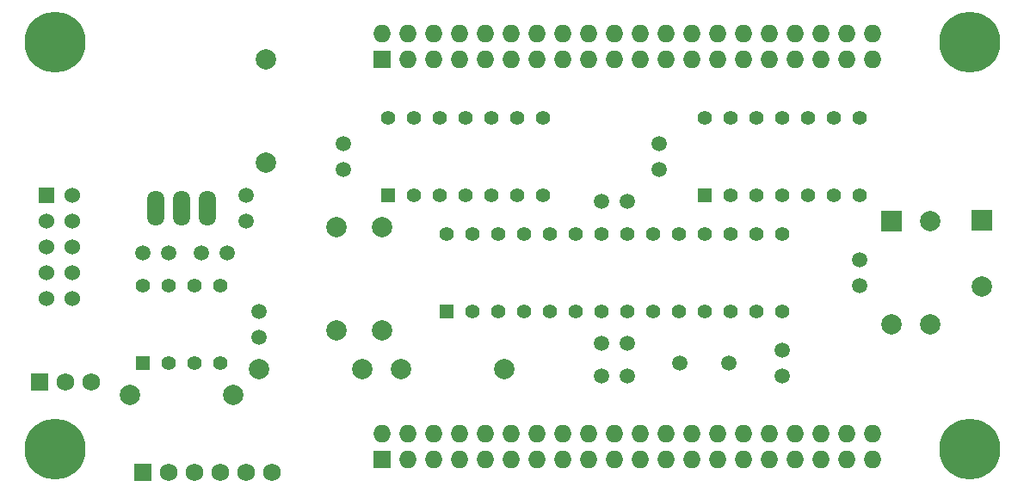
<source format=gbs>
%FSLAX34Y34*%
G04 Gerber Fmt 3.4, Leading zero omitted, Abs format*
G04 (created by PCBNEW (2014-jan-25)-product) date Sun 17 Aug 2014 09:29:08 PM PDT*
%MOIN*%
G01*
G70*
G90*
G04 APERTURE LIST*
%ADD10C,0.003937*%
%ADD11C,0.059100*%
%ADD12C,0.078700*%
%ADD13R,0.078700X0.078700*%
%ADD14C,0.236220*%
%ADD15R,0.068000X0.068000*%
%ADD16C,0.068000*%
%ADD17R,0.060000X0.060000*%
%ADD18C,0.060000*%
%ADD19R,0.055000X0.055000*%
%ADD20C,0.055000*%
%ADD21O,0.066900X0.137800*%
%ADD22O,0.068000X0.068000*%
G04 APERTURE END LIST*
G54D10*
G54D11*
X48750Y-48250D03*
X48750Y-47250D03*
X63500Y-47500D03*
X62500Y-47500D03*
X49250Y-51750D03*
X49250Y-52750D03*
X72500Y-49750D03*
X72500Y-50750D03*
G54D12*
X73750Y-52250D03*
G54D13*
X73750Y-48250D03*
G54D14*
X41338Y-41338D03*
X76771Y-41338D03*
X41338Y-57086D03*
X76771Y-57086D03*
G54D15*
X40750Y-54500D03*
G54D16*
X41750Y-54500D03*
X42750Y-54500D03*
G54D17*
X41000Y-47250D03*
G54D18*
X42000Y-47250D03*
X41000Y-48250D03*
X42000Y-48250D03*
X41000Y-49250D03*
X42000Y-49250D03*
X41000Y-50250D03*
X42000Y-50250D03*
X41000Y-51250D03*
X42000Y-51250D03*
G54D15*
X44750Y-58000D03*
G54D16*
X45750Y-58000D03*
X46750Y-58000D03*
X47750Y-58000D03*
X48750Y-58000D03*
X49750Y-58000D03*
G54D12*
X49500Y-42000D03*
X49500Y-46000D03*
X54750Y-54000D03*
X58750Y-54000D03*
X49250Y-54000D03*
X53250Y-54000D03*
X52250Y-48500D03*
X52250Y-52500D03*
X54000Y-48500D03*
X54000Y-52500D03*
X48250Y-55000D03*
X44250Y-55000D03*
G54D13*
X77250Y-48220D03*
G54D12*
X77250Y-50780D03*
G54D19*
X54250Y-47250D03*
G54D20*
X55250Y-47250D03*
X56250Y-47250D03*
X57250Y-47250D03*
X58250Y-47250D03*
X59250Y-47250D03*
X60250Y-47250D03*
X60250Y-44250D03*
X59250Y-44250D03*
X58250Y-44250D03*
X57250Y-44250D03*
X56250Y-44250D03*
X55250Y-44250D03*
X54250Y-44250D03*
G54D21*
X46250Y-47750D03*
X45250Y-47750D03*
X47250Y-47750D03*
G54D19*
X44750Y-53750D03*
G54D20*
X45750Y-53750D03*
X46750Y-53750D03*
X47750Y-53750D03*
X47750Y-50750D03*
X46750Y-50750D03*
X45750Y-50750D03*
X44750Y-50750D03*
X57500Y-51750D03*
X58500Y-51750D03*
X59500Y-51750D03*
X60500Y-51750D03*
X61500Y-51750D03*
X62500Y-51750D03*
X63500Y-51750D03*
X64500Y-51750D03*
X65500Y-51750D03*
X66500Y-51750D03*
X67500Y-51750D03*
X68500Y-51750D03*
X69500Y-51750D03*
G54D19*
X56500Y-51750D03*
G54D20*
X69500Y-48750D03*
X68500Y-48750D03*
X67500Y-48750D03*
X66500Y-48750D03*
X65500Y-48750D03*
X64500Y-48750D03*
X63500Y-48750D03*
X62500Y-48750D03*
X61500Y-48750D03*
X60500Y-48750D03*
X59500Y-48750D03*
X58500Y-48750D03*
X57500Y-48750D03*
X56500Y-48750D03*
G54D19*
X66500Y-47250D03*
G54D20*
X67500Y-47250D03*
X68500Y-47250D03*
X69500Y-47250D03*
X70500Y-47250D03*
X71500Y-47250D03*
X72500Y-47250D03*
X72500Y-44250D03*
X71500Y-44250D03*
X70500Y-44250D03*
X69500Y-44250D03*
X68500Y-44250D03*
X67500Y-44250D03*
X66500Y-44250D03*
G54D11*
X65539Y-53750D03*
X67461Y-53750D03*
G54D15*
X54000Y-42000D03*
G54D22*
X54000Y-41000D03*
X55000Y-42000D03*
X55000Y-41000D03*
X56000Y-42000D03*
X56000Y-41000D03*
X57000Y-42000D03*
X57000Y-41000D03*
X58000Y-42000D03*
X58000Y-41000D03*
X59000Y-42000D03*
X59000Y-41000D03*
X60000Y-42000D03*
X60000Y-41000D03*
X61000Y-42000D03*
X61000Y-41000D03*
X62000Y-42000D03*
X62000Y-41000D03*
X63000Y-42000D03*
X63000Y-41000D03*
X64000Y-42000D03*
X64000Y-41000D03*
X65000Y-42000D03*
X65000Y-41000D03*
X66000Y-42000D03*
X66000Y-41000D03*
X67000Y-42000D03*
X67000Y-41000D03*
X68000Y-42000D03*
X68000Y-41000D03*
X69000Y-42000D03*
X69000Y-41000D03*
X70000Y-42000D03*
X70000Y-41000D03*
X71000Y-42000D03*
X71000Y-41000D03*
X72000Y-42000D03*
X72000Y-41000D03*
X73000Y-42000D03*
X73000Y-41000D03*
G54D15*
X54000Y-57500D03*
G54D22*
X54000Y-56500D03*
X55000Y-57500D03*
X55000Y-56500D03*
X56000Y-57500D03*
X56000Y-56500D03*
X57000Y-57500D03*
X57000Y-56500D03*
X58000Y-57500D03*
X58000Y-56500D03*
X59000Y-57500D03*
X59000Y-56500D03*
X60000Y-57500D03*
X60000Y-56500D03*
X61000Y-57500D03*
X61000Y-56500D03*
X62000Y-57500D03*
X62000Y-56500D03*
X63000Y-57500D03*
X63000Y-56500D03*
X64000Y-57500D03*
X64000Y-56500D03*
X65000Y-57500D03*
X65000Y-56500D03*
X66000Y-57500D03*
X66000Y-56500D03*
X67000Y-57500D03*
X67000Y-56500D03*
X68000Y-57500D03*
X68000Y-56500D03*
X69000Y-57500D03*
X69000Y-56500D03*
X70000Y-57500D03*
X70000Y-56500D03*
X71000Y-57500D03*
X71000Y-56500D03*
X72000Y-57500D03*
X72000Y-56500D03*
X73000Y-57500D03*
X73000Y-56500D03*
G54D11*
X63500Y-54250D03*
X62500Y-54250D03*
X44750Y-49500D03*
X45750Y-49500D03*
X69500Y-54250D03*
X69500Y-53250D03*
X48000Y-49500D03*
X47000Y-49500D03*
X62500Y-53000D03*
X63500Y-53000D03*
X52500Y-46250D03*
X52500Y-45250D03*
X64750Y-45250D03*
X64750Y-46250D03*
G54D12*
X75250Y-52250D03*
X75250Y-48250D03*
M02*

</source>
